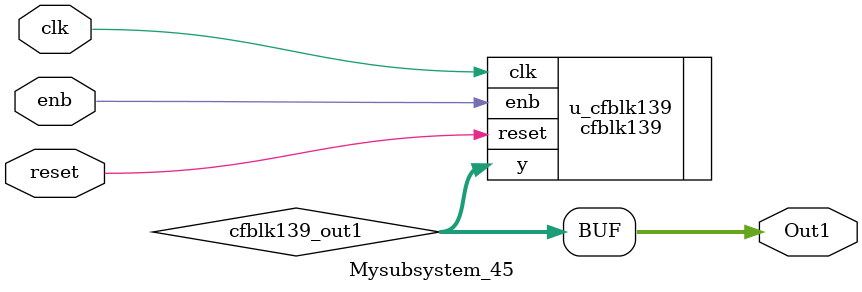
<source format=v>



`timescale 1 ns / 1 ns

module Mysubsystem_45
          (clk,
           reset,
           enb,
           Out1);


  input   clk;
  input   reset;
  input   enb;
  output  [7:0] Out1;  // uint8


  wire [7:0] cfblk139_out1;  // uint8


  cfblk139 u_cfblk139 (.clk(clk),
                       .reset(reset),
                       .enb(enb),
                       .y(cfblk139_out1)  // uint8
                       );

  assign Out1 = cfblk139_out1;

endmodule  // Mysubsystem_45


</source>
